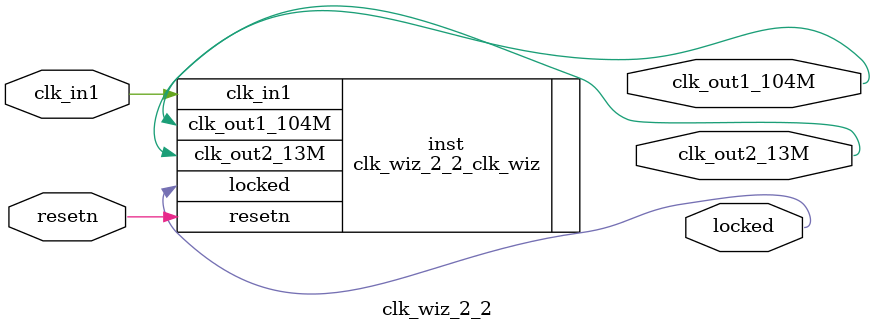
<source format=v>


`timescale 1ps/1ps

(* CORE_GENERATION_INFO = "clk_wiz_2_2,clk_wiz_v5_4_3_0,{component_name=clk_wiz_2_2,use_phase_alignment=true,use_min_o_jitter=true,use_max_i_jitter=false,use_dyn_phase_shift=false,use_inclk_switchover=false,use_dyn_reconfig=false,enable_axi=0,feedback_source=FDBK_AUTO,PRIMITIVE=PLL,num_out_clk=2,clkin1_period=5.000,clkin2_period=10.0,use_power_down=false,use_reset=true,use_locked=true,use_inclk_stopped=false,feedback_type=SINGLE,CLOCK_MGR_TYPE=NA,manual_override=false}" *)

module clk_wiz_2_2 
 (
  // Clock out ports
  output        clk_out1_104M,
  output        clk_out2_13M,
  // Status and control signals
  input         resetn,
  output        locked,
 // Clock in ports
  input         clk_in1
 );

  clk_wiz_2_2_clk_wiz inst
  (
  // Clock out ports  
  .clk_out1_104M(clk_out1_104M),
  .clk_out2_13M(clk_out2_13M),
  // Status and control signals               
  .resetn(resetn), 
  .locked(locked),
 // Clock in ports
  .clk_in1(clk_in1)
  );

endmodule

</source>
